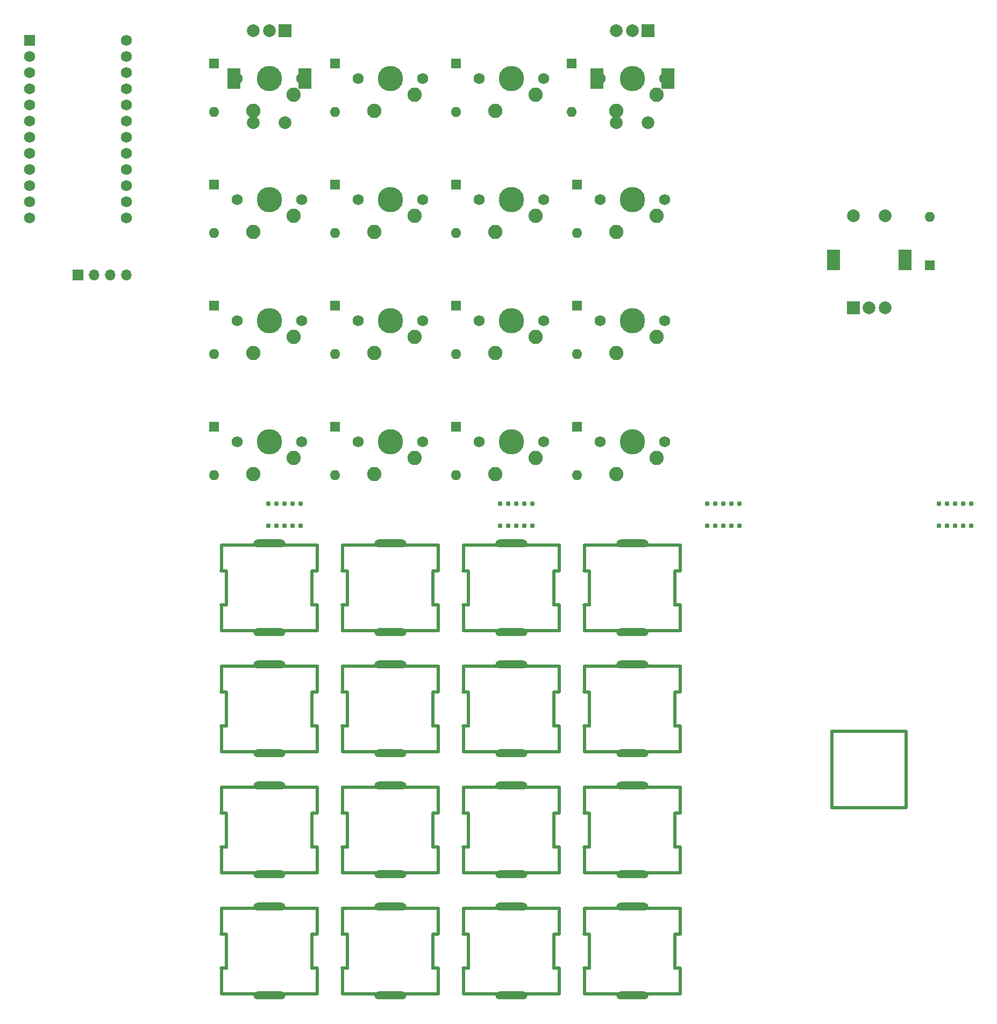
<source format=gbs>
%TF.GenerationSoftware,KiCad,Pcbnew,(5.1.9)-1*%
%TF.CreationDate,2021-04-16T17:12:59+08:00*%
%TF.ProjectId,Retrograde Pad 2,52657472-6f67-4726-9164-652050616420,rev?*%
%TF.SameCoordinates,Original*%
%TF.FileFunction,Soldermask,Bot*%
%TF.FilePolarity,Negative*%
%FSLAX46Y46*%
G04 Gerber Fmt 4.6, Leading zero omitted, Abs format (unit mm)*
G04 Created by KiCad (PCBNEW (5.1.9)-1) date 2021-04-16 17:12:59*
%MOMM*%
%LPD*%
G01*
G04 APERTURE LIST*
%ADD10C,0.787400*%
%ADD11O,1.333500X0.508000*%
%ADD12O,5.080000X1.270000*%
%ADD13O,0.508000X5.842000*%
%ADD14O,0.508000X4.572000*%
%ADD15O,15.595600X0.508000*%
%ADD16O,0.500000X12.500000*%
%ADD17O,0.508000X12.500000*%
%ADD18O,12.200000X0.508000*%
%ADD19O,12.200000X0.500000*%
%ADD20R,2.000000X2.000000*%
%ADD21C,2.000000*%
%ADD22R,2.000000X3.200000*%
%ADD23R,1.752600X1.752600*%
%ADD24C,1.752600*%
%ADD25R,1.700000X1.700000*%
%ADD26O,1.700000X1.700000*%
%ADD27C,1.750000*%
%ADD28C,2.250000*%
%ADD29C,3.987800*%
%ADD30R,1.600000X1.600000*%
%ADD31O,1.600000X1.600000*%
G04 APERTURE END LIST*
D10*
%TO.C,REF\u002A\u002A*%
X65087500Y-100552250D03*
X66357500Y-100552250D03*
X67627500Y-100552250D03*
X63817500Y-100552250D03*
X62547500Y-100552250D03*
%TD*%
%TO.C,REF\u002A\u002A*%
X67627500Y-97091500D03*
X66357500Y-97091500D03*
X62547500Y-97091500D03*
X63817500Y-97091500D03*
X65087500Y-97091500D03*
%TD*%
%TO.C,REF\u002A\u002A*%
X101600000Y-100552250D03*
X102870000Y-100552250D03*
X104140000Y-100552250D03*
X100330000Y-100552250D03*
X99060000Y-100552250D03*
%TD*%
%TO.C,REF\u002A\u002A*%
X104140000Y-97091500D03*
X102870000Y-97091500D03*
X99060000Y-97091500D03*
X100330000Y-97091500D03*
X101600000Y-97091500D03*
%TD*%
%TO.C,REF\u002A\u002A*%
X170656250Y-100552250D03*
X171926250Y-100552250D03*
X173196250Y-100552250D03*
X169386250Y-100552250D03*
X168116250Y-100552250D03*
%TD*%
%TO.C,REF\u002A\u002A*%
X173196250Y-97091500D03*
X171926250Y-97091500D03*
X168116250Y-97091500D03*
X169386250Y-97091500D03*
X170656250Y-97091500D03*
%TD*%
%TO.C,REF\u002A\u002A*%
X134143750Y-97091500D03*
X132873750Y-97091500D03*
X131603750Y-97091500D03*
X135413750Y-97091500D03*
X136683750Y-97091500D03*
%TD*%
%TO.C,REF\u002A\u002A*%
X131603750Y-100552250D03*
X132873750Y-100552250D03*
X136683750Y-100552250D03*
X135413750Y-100552250D03*
X134143750Y-100552250D03*
%TD*%
D11*
%TO.C,REF\u002A\u002A*%
X88900000Y-170148250D03*
X74612500Y-170148250D03*
X88900000Y-164814250D03*
X74612500Y-164814250D03*
D12*
X81756250Y-174466250D03*
X81756250Y-160496250D03*
D13*
X75025250Y-167481250D03*
X88487250Y-167481250D03*
D14*
X74199750Y-172180250D03*
X89312750Y-172180250D03*
X89312750Y-162782250D03*
X74199750Y-162782250D03*
D15*
X81756250Y-174212250D03*
X81756250Y-160750250D03*
%TD*%
%TO.C,REF\u002A\u002A*%
X62706250Y-160750250D03*
X62706250Y-174212250D03*
D14*
X55149750Y-162782250D03*
X70262750Y-162782250D03*
X70262750Y-172180250D03*
X55149750Y-172180250D03*
D13*
X69437250Y-167481250D03*
X55975250Y-167481250D03*
D12*
X62706250Y-160496250D03*
X62706250Y-174466250D03*
D11*
X55562500Y-164814250D03*
X69850000Y-164814250D03*
X55562500Y-170148250D03*
X69850000Y-170148250D03*
%TD*%
%TO.C,REF\u002A\u002A*%
X127000000Y-170148250D03*
X112712500Y-170148250D03*
X127000000Y-164814250D03*
X112712500Y-164814250D03*
D12*
X119856250Y-174466250D03*
X119856250Y-160496250D03*
D13*
X113125250Y-167481250D03*
X126587250Y-167481250D03*
D14*
X112299750Y-172180250D03*
X127412750Y-172180250D03*
X127412750Y-162782250D03*
X112299750Y-162782250D03*
D15*
X119856250Y-174212250D03*
X119856250Y-160750250D03*
%TD*%
D11*
%TO.C,REF\u002A\u002A*%
X107950000Y-170148250D03*
X93662500Y-170148250D03*
X107950000Y-164814250D03*
X93662500Y-164814250D03*
D12*
X100806250Y-174466250D03*
X100806250Y-160496250D03*
D13*
X94075250Y-167481250D03*
X107537250Y-167481250D03*
D14*
X93249750Y-172180250D03*
X108362750Y-172180250D03*
X108362750Y-162782250D03*
X93249750Y-162782250D03*
D15*
X100806250Y-174212250D03*
X100806250Y-160750250D03*
%TD*%
D11*
%TO.C,REF\u002A\u002A*%
X88900000Y-151098250D03*
X74612500Y-151098250D03*
X88900000Y-145764250D03*
X74612500Y-145764250D03*
D12*
X81756250Y-155416250D03*
X81756250Y-141446250D03*
D13*
X75025250Y-148431250D03*
X88487250Y-148431250D03*
D14*
X74199750Y-153130250D03*
X89312750Y-153130250D03*
X89312750Y-143732250D03*
X74199750Y-143732250D03*
D15*
X81756250Y-155162250D03*
X81756250Y-141700250D03*
%TD*%
%TO.C,REF\u002A\u002A*%
X62706250Y-141700250D03*
X62706250Y-155162250D03*
D14*
X55149750Y-143732250D03*
X70262750Y-143732250D03*
X70262750Y-153130250D03*
X55149750Y-153130250D03*
D13*
X69437250Y-148431250D03*
X55975250Y-148431250D03*
D12*
X62706250Y-141446250D03*
X62706250Y-155416250D03*
D11*
X55562500Y-145764250D03*
X69850000Y-145764250D03*
X55562500Y-151098250D03*
X69850000Y-151098250D03*
%TD*%
%TO.C,REF\u002A\u002A*%
X127000000Y-151098250D03*
X112712500Y-151098250D03*
X127000000Y-145764250D03*
X112712500Y-145764250D03*
D12*
X119856250Y-155416250D03*
X119856250Y-141446250D03*
D13*
X113125250Y-148431250D03*
X126587250Y-148431250D03*
D14*
X112299750Y-153130250D03*
X127412750Y-153130250D03*
X127412750Y-143732250D03*
X112299750Y-143732250D03*
D15*
X119856250Y-155162250D03*
X119856250Y-141700250D03*
%TD*%
D11*
%TO.C,REF\u002A\u002A*%
X107950000Y-151098250D03*
X93662500Y-151098250D03*
X107950000Y-145764250D03*
X93662500Y-145764250D03*
D12*
X100806250Y-155416250D03*
X100806250Y-141446250D03*
D13*
X94075250Y-148431250D03*
X107537250Y-148431250D03*
D14*
X93249750Y-153130250D03*
X108362750Y-153130250D03*
X108362750Y-143732250D03*
X93249750Y-143732250D03*
D15*
X100806250Y-155162250D03*
X100806250Y-141700250D03*
%TD*%
%TO.C,REF\u002A\u002A*%
X62706250Y-122650250D03*
X62706250Y-136112250D03*
D14*
X55149750Y-124682250D03*
X70262750Y-124682250D03*
X70262750Y-134080250D03*
X55149750Y-134080250D03*
D13*
X69437250Y-129381250D03*
X55975250Y-129381250D03*
D12*
X62706250Y-122396250D03*
X62706250Y-136366250D03*
D11*
X55562500Y-126714250D03*
X69850000Y-126714250D03*
X55562500Y-132048250D03*
X69850000Y-132048250D03*
%TD*%
D15*
%TO.C,REF\u002A\u002A*%
X81756250Y-122650250D03*
X81756250Y-136112250D03*
D14*
X74199750Y-124682250D03*
X89312750Y-124682250D03*
X89312750Y-134080250D03*
X74199750Y-134080250D03*
D13*
X88487250Y-129381250D03*
X75025250Y-129381250D03*
D12*
X81756250Y-122396250D03*
X81756250Y-136366250D03*
D11*
X74612500Y-126714250D03*
X88900000Y-126714250D03*
X74612500Y-132048250D03*
X88900000Y-132048250D03*
%TD*%
D15*
%TO.C,REF\u002A\u002A*%
X100806250Y-122650250D03*
X100806250Y-136112250D03*
D14*
X93249750Y-124682250D03*
X108362750Y-124682250D03*
X108362750Y-134080250D03*
X93249750Y-134080250D03*
D13*
X107537250Y-129381250D03*
X94075250Y-129381250D03*
D12*
X100806250Y-122396250D03*
X100806250Y-136366250D03*
D11*
X93662500Y-126714250D03*
X107950000Y-126714250D03*
X93662500Y-132048250D03*
X107950000Y-132048250D03*
%TD*%
D15*
%TO.C,REF\u002A\u002A*%
X119856250Y-122650250D03*
X119856250Y-136112250D03*
D14*
X112299750Y-124682250D03*
X127412750Y-124682250D03*
X127412750Y-134080250D03*
X112299750Y-134080250D03*
D13*
X126587250Y-129381250D03*
X113125250Y-129381250D03*
D12*
X119856250Y-122396250D03*
X119856250Y-136366250D03*
D11*
X112712500Y-126714250D03*
X127000000Y-126714250D03*
X112712500Y-132048250D03*
X127000000Y-132048250D03*
%TD*%
D15*
%TO.C,REF\u002A\u002A*%
X119856250Y-103600250D03*
X119856250Y-117062250D03*
D14*
X112299750Y-105632250D03*
X127412750Y-105632250D03*
X127412750Y-115030250D03*
X112299750Y-115030250D03*
D13*
X126587250Y-110331250D03*
X113125250Y-110331250D03*
D12*
X119856250Y-103346250D03*
X119856250Y-117316250D03*
D11*
X112712500Y-107664250D03*
X127000000Y-107664250D03*
X112712500Y-112998250D03*
X127000000Y-112998250D03*
%TD*%
D15*
%TO.C,REF\u002A\u002A*%
X100806250Y-103600250D03*
X100806250Y-117062250D03*
D14*
X93249750Y-105632250D03*
X108362750Y-105632250D03*
X108362750Y-115030250D03*
X93249750Y-115030250D03*
D13*
X107537250Y-110331250D03*
X94075250Y-110331250D03*
D12*
X100806250Y-103346250D03*
X100806250Y-117316250D03*
D11*
X93662500Y-107664250D03*
X107950000Y-107664250D03*
X93662500Y-112998250D03*
X107950000Y-112998250D03*
%TD*%
D15*
%TO.C,REF\u002A\u002A*%
X81756250Y-103600250D03*
X81756250Y-117062250D03*
D14*
X74199750Y-105632250D03*
X89312750Y-105632250D03*
X89312750Y-115030250D03*
X74199750Y-115030250D03*
D13*
X88487250Y-110331250D03*
X75025250Y-110331250D03*
D12*
X81756250Y-103346250D03*
X81756250Y-117316250D03*
D11*
X74612500Y-107664250D03*
X88900000Y-107664250D03*
X74612500Y-112998250D03*
X88900000Y-112998250D03*
%TD*%
%TO.C,REF\u002A\u002A*%
X69850000Y-112998250D03*
X55562500Y-112998250D03*
X69850000Y-107664250D03*
X55562500Y-107664250D03*
D12*
X62706250Y-117316250D03*
X62706250Y-103346250D03*
D13*
X55975250Y-110331250D03*
X69437250Y-110331250D03*
D14*
X55149750Y-115030250D03*
X70262750Y-115030250D03*
X70262750Y-105632250D03*
X55149750Y-105632250D03*
D15*
X62706250Y-117062250D03*
X62706250Y-103600250D03*
%TD*%
D16*
%TO.C,REF\u002A\u002A*%
X151312500Y-138906250D03*
D17*
X163012500Y-138906250D03*
D18*
X157162500Y-144906250D03*
D19*
X157162500Y-132906250D03*
%TD*%
D20*
%TO.C,SW2*%
X65206250Y-22662500D03*
D21*
X62706250Y-22662500D03*
X60206250Y-22662500D03*
D22*
X68306250Y-30162500D03*
X57106250Y-30162500D03*
D21*
X65206250Y-37162500D03*
X60206250Y-37162500D03*
%TD*%
%TO.C,SW3*%
X117355750Y-37162500D03*
X122355750Y-37162500D03*
D22*
X114255750Y-30162500D03*
X125455750Y-30162500D03*
D21*
X117355750Y-22662500D03*
X119855750Y-22662500D03*
D20*
X122355750Y-22662500D03*
%TD*%
D21*
%TO.C,SW1*%
X159662750Y-51737500D03*
X154662750Y-51737500D03*
D22*
X162762750Y-58737500D03*
X151562750Y-58737500D03*
D21*
X159662750Y-66237500D03*
X157162750Y-66237500D03*
D20*
X154662750Y-66237500D03*
%TD*%
D23*
%TO.C,U1*%
X24923750Y-24130000D03*
D24*
X24923750Y-26670000D03*
X24923750Y-29210000D03*
X24923750Y-31750000D03*
X24923750Y-34290000D03*
X24923750Y-36830000D03*
X24923750Y-39370000D03*
X24923750Y-41910000D03*
X24923750Y-44450000D03*
X24923750Y-46990000D03*
X24923750Y-49530000D03*
X40163750Y-52070000D03*
X40163750Y-49530000D03*
X40163750Y-46990000D03*
X40163750Y-44450000D03*
X40163750Y-41910000D03*
X40163750Y-39370000D03*
X40163750Y-36830000D03*
X40163750Y-34290000D03*
X40163750Y-31750000D03*
X40163750Y-29210000D03*
X40163750Y-26670000D03*
X24923750Y-52070000D03*
X40163750Y-24130000D03*
%TD*%
D25*
%TO.C,J-OLED1*%
X32543750Y-61118800D03*
D26*
X35083750Y-61118800D03*
X37623750Y-61118800D03*
X40163750Y-61118800D03*
%TD*%
D27*
%TO.C,MX1*%
X57626250Y-30162500D03*
X67786250Y-30162500D03*
D28*
X66516250Y-32702500D03*
D29*
X62706250Y-30162500D03*
D28*
X60166250Y-35242500D03*
%TD*%
%TO.C,MX2*%
X60166250Y-54292500D03*
D29*
X62706250Y-49212500D03*
D28*
X66516250Y-51752500D03*
D27*
X67786250Y-49212500D03*
X57626250Y-49212500D03*
%TD*%
%TO.C,MX3*%
X57626250Y-68262000D03*
X67786250Y-68262000D03*
D28*
X66516250Y-70802000D03*
D29*
X62706250Y-68262000D03*
D28*
X60166250Y-73342000D03*
%TD*%
%TO.C,MX4*%
X60166250Y-92392000D03*
D29*
X62706250Y-87312000D03*
D28*
X66516250Y-89852000D03*
D27*
X67786250Y-87312000D03*
X57626250Y-87312000D03*
%TD*%
%TO.C,MX5*%
X76675750Y-30162500D03*
X86835750Y-30162500D03*
D28*
X85565750Y-32702500D03*
D29*
X81755750Y-30162500D03*
D28*
X79215750Y-35242500D03*
%TD*%
%TO.C,MX6*%
X79215750Y-54292500D03*
D29*
X81755750Y-49212500D03*
D28*
X85565750Y-51752500D03*
D27*
X86835750Y-49212500D03*
X76675750Y-49212500D03*
%TD*%
%TO.C,MX7*%
X76675750Y-68262000D03*
X86835750Y-68262000D03*
D28*
X85565750Y-70802000D03*
D29*
X81755750Y-68262000D03*
D28*
X79215750Y-73342000D03*
%TD*%
%TO.C,MX8*%
X79215750Y-92392000D03*
D29*
X81755750Y-87312000D03*
D28*
X85565750Y-89852000D03*
D27*
X86835750Y-87312000D03*
X76675750Y-87312000D03*
%TD*%
%TO.C,MX9*%
X95725750Y-30162500D03*
X105885750Y-30162500D03*
D28*
X104615750Y-32702500D03*
D29*
X100805750Y-30162500D03*
D28*
X98265750Y-35242500D03*
%TD*%
%TO.C,MX10*%
X98265750Y-54292500D03*
D29*
X100805750Y-49212500D03*
D28*
X104615750Y-51752500D03*
D27*
X105885750Y-49212500D03*
X95725750Y-49212500D03*
%TD*%
%TO.C,MX11*%
X95725750Y-68262000D03*
X105885750Y-68262000D03*
D28*
X104615750Y-70802000D03*
D29*
X100805750Y-68262000D03*
D28*
X98265750Y-73342000D03*
%TD*%
%TO.C,MX12*%
X98265750Y-92392000D03*
D29*
X100805750Y-87312000D03*
D28*
X104615750Y-89852000D03*
D27*
X105885750Y-87312000D03*
X95725750Y-87312000D03*
%TD*%
%TO.C,MX13*%
X114775750Y-30162500D03*
X124935750Y-30162500D03*
D28*
X123665750Y-32702500D03*
D29*
X119855750Y-30162500D03*
D28*
X117315750Y-35242500D03*
%TD*%
%TO.C,MX14*%
X117315750Y-54292500D03*
D29*
X119855750Y-49212500D03*
D28*
X123665750Y-51752500D03*
D27*
X124935750Y-49212500D03*
X114775750Y-49212500D03*
%TD*%
%TO.C,MX15*%
X114775750Y-68262000D03*
X124935750Y-68262000D03*
D28*
X123665750Y-70802000D03*
D29*
X119855750Y-68262000D03*
D28*
X117315750Y-73342000D03*
%TD*%
%TO.C,MX16*%
X117315750Y-92392000D03*
D29*
X119855750Y-87312000D03*
D28*
X123665750Y-89852000D03*
D27*
X124935750Y-87312000D03*
X114775750Y-87312000D03*
%TD*%
D30*
%TO.C,D1*%
X166687750Y-59531200D03*
D31*
X166687750Y-51911200D03*
%TD*%
%TO.C,D2*%
X53974950Y-35401200D03*
D30*
X53974950Y-27781200D03*
%TD*%
D31*
%TO.C,D3*%
X53974950Y-54451200D03*
D30*
X53974950Y-46831200D03*
%TD*%
%TO.C,D4*%
X53974950Y-65881200D03*
D31*
X53974950Y-73501200D03*
%TD*%
D30*
%TO.C,D5*%
X53974950Y-84931000D03*
D31*
X53974950Y-92551000D03*
%TD*%
D30*
%TO.C,D6*%
X73024750Y-27781200D03*
D31*
X73024750Y-35401200D03*
%TD*%
D30*
%TO.C,D7*%
X73024750Y-46831200D03*
D31*
X73024750Y-54451200D03*
%TD*%
%TO.C,D8*%
X73024750Y-73501200D03*
D30*
X73024750Y-65881200D03*
%TD*%
D31*
%TO.C,D9*%
X73024750Y-92551000D03*
D30*
X73024750Y-84931000D03*
%TD*%
D31*
%TO.C,D10*%
X92074750Y-35401200D03*
D30*
X92074750Y-27781200D03*
%TD*%
D31*
%TO.C,D11*%
X92074750Y-54451200D03*
D30*
X92074750Y-46831200D03*
%TD*%
%TO.C,D12*%
X92074750Y-65881200D03*
D31*
X92074750Y-73501200D03*
%TD*%
D30*
%TO.C,D13*%
X92074750Y-84931000D03*
D31*
X92074750Y-92551000D03*
%TD*%
D30*
%TO.C,D14*%
X110331750Y-27781200D03*
D31*
X110331750Y-35401200D03*
%TD*%
%TO.C,D15*%
X111124750Y-54451200D03*
D30*
X111124750Y-46831200D03*
%TD*%
%TO.C,D16*%
X111124750Y-65881200D03*
D31*
X111124750Y-73501200D03*
%TD*%
%TO.C,D17*%
X111124750Y-92551000D03*
D30*
X111124750Y-84931000D03*
%TD*%
M02*

</source>
